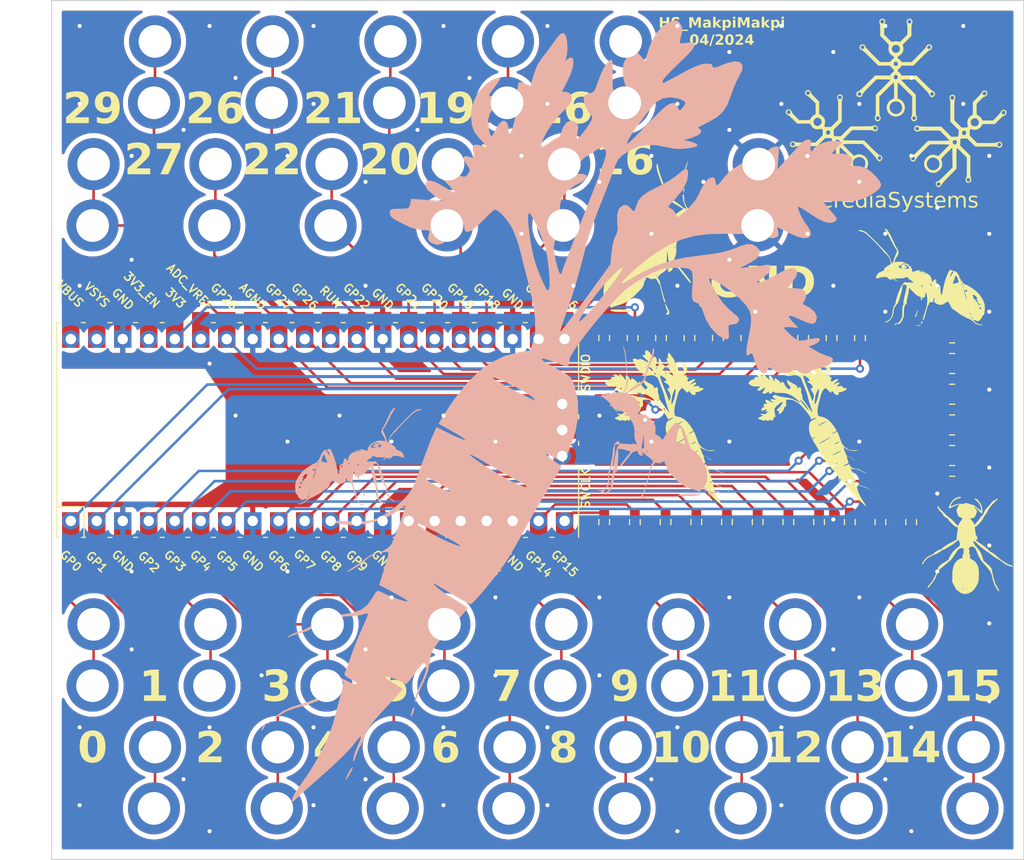
<source format=kicad_pcb>
(kicad_pcb (version 20221018) (generator pcbnew)
  (layers (0 "F.Cu" signal) (31 "B.Cu" signal) (34 "B.Paste" user) (35 "F.Paste" user) (36 "B.SilkS" user "B.Silkscreen") (37 "F.SilkS" user "F.Silkscreen") (38 "B.Mask" user) (39 "F.Mask" user) (44 "Edge.Cuts" user))
  (net 0 "")
  (net 1 "/GP0")
  (net 2 "+3V3")
  (net 3 "/GP1")
  (net 4 "/GP2")
  (net 5 "/GP3")
  (net 6 "/GP4")
  (net 7 "/GP5")
  (net 8 "/GP6")
  (net 9 "/GP7")
  (net 10 "/GP8")
  (net 11 "/GP9")
  (net 12 "/GP10")
  (net 13 "/GP11")
  (net 14 "/GP12")
  (net 15 "/GP13")
  (net 16 "/GP14")
  (net 17 "/GP15")
  (net 18 "/GP16")
  (net 19 "/GP17")
  (net 20 "/GP18")
  (net 21 "/GP19")
  (net 22 "/GP20")
  (net 23 "/GP21")
  (net 24 "/GP22")
  (net 25 "/GP26")
  (net 26 "/GP27")
  (net 27 "/GP29")
  (net 28 "GND")
  (net 29 "/RESET")
  (net 31 "/3V3EN")
  (net 32 "/VSYS")
  (net 33 "/VBUS")
  (footprint "Resistor_SMD:R_0603_1608Metric_Pad0.98x0.95mm_HandSolder" (layer "F.Cu") (at 96.555554 93 90)
    (fp_text reference "R19" hide)
    (fp_text value "R_22M_0603")
  )
  (footprint "Resistor_SMD:R_0603_1608Metric_Pad0.98x0.95mm_HandSolder" (layer "F.Cu") (at 115 111 -90)
    (fp_text reference "R8" hide)
    (fp_text value "R_22M_0603")
  )
  (footprint "HerediaSystems:AlligatorClip" (layer "F.Cu") (at 41.1 79)
    (fp_text reference "U28" hide)
    (fp_text value "~")
  )
  (footprint "HerediaSystems:AlligatorClip" (layer "F.Cu") (at 58.6 67)
    (fp_text reference "U25" hide)
    (fp_text value "~")
  )
  (footprint "HerediaSystems:AlligatorClip" (layer "F.Cu") (at 63.857142 124 180)
    (fp_text reference "U7" hide)
    (fp_text value "~")
  )
  (footprint "HerediaSystems:AlligatorClip" (layer "F.Cu") (at 52.428571 124 180)
    (fp_text reference "U5" hide)
    (fp_text value "~")
  )
  (footprint "HerediaSystems:AlligatorClip" (layer "F.Cu") (at 75.285713 124 180)
    (fp_text reference "U9" hide)
    (fp_text value "~")
  )
  (footprint "Resistor_SMD:R_0603_1608Metric_Pad0.98x0.95mm_HandSolder" (layer "F.Cu") (at 91 93 90)
    (fp_text reference "R17" hide)
    (fp_text value "R_22M_0603")
  )
  (footprint "Resistor_SMD:R_0603_1608Metric_Pad0.98x0.95mm_HandSolder" (layer "F.Cu") (at 110.444439 93 90)
    (fp_text reference "R24" hide)
    (fp_text value "R_22M_0603")
  )
  (footprint "HerediaSystems:RPi_Pico_SMD_TH" (layer "F.Cu") (at 63 102 90)
    (fp_text reference "U1" hide)
    (fp_text value "Rpi_Pico")
  )
  (footprint "HerediaSystems:AlligatorClip" (layer "F.Cu") (at 98.142855 124 180)
    (fp_text reference "U13" hide)
    (fp_text value "~")
  )
  (footprint "HerediaSystems:AlligatorClip" (layer "F.Cu") (at 92.999999 136 180)
    (fp_text reference "U12" hide)
    (fp_text value "~")
  )
  (footprint "Resistor_SMD:R_0603_1608Metric_Pad0.98x0.95mm_HandSolder" (layer "F.Cu") (at 109 111 -90)
    (fp_text reference "R10" hide)
    (fp_text value "R_22M_0603")
  )
  (footprint "HerediaSystems:AlligatorClip" (layer "F.Cu") (at 64.366666 79)
    (fp_text reference "U24" hide)
    (fp_text value "~")
  )
  (footprint "HerediaSystems:AlligatorClip" (layer "F.Cu") (at 70.333333 136 180)
    (fp_text reference "U8" hide)
    (fp_text value "~")
  )
  (footprint "Resistor_SMD:R_0603_1608Metric_Pad0.98x0.95mm_HandSolder" (layer "F.Cu") (at 102.111108 93 90)
    (fp_text reference "R21" hide)
    (fp_text value "R_22M_0603")
  )
  (footprint "Resistor_SMD:R_0603_1608Metric_Pad0.98x0.95mm_HandSolder" (layer "F.Cu") (at 99.333331 93 90)
    (fp_text reference "R20" hide)
    (fp_text value "R_22M_0603")
  )
  (footprint "HerediaSystems:AlligatorClip" (layer "F.Cu") (at 93 67 180)
    (fp_text reference "U19" hide)
    (fp_text value "~")
  )
  (footprint "Resistor_SMD:R_0603_1608Metric_Pad0.98x0.95mm_HandSolder" (layer "F.Cu") (at 104.888885 93 90)
    (fp_text reference "R22" hide)
    (fp_text value "R_22M_0603")
  )
  (footprint "Resistor_SMD:R_0603_1608Metric_Pad0.98x0.95mm_HandSolder" (layer "F.Cu") (at 107.666662 93 90)
    (fp_text reference "R23" hide)
    (fp_text value "R_22M_0603")
  )
  (footprint "Resistor_SMD:R_0603_1608Metric_Pad0.98x0.95mm_HandSolder" (layer "F.Cu") (at 125 106)
    (fp_text reference "R5" hide)
    (fp_text value "R_22M_0603")
  )
  (footprint "Resistor_SMD:R_0603_1608Metric_Pad0.98x0.95mm_HandSolder" (layer "F.Cu") (at 103 111 -90)
    (fp_text reference "R12" hide)
    (fp_text value "R_22M_0603")
  )
  (footprint "Resistor_SMD:R_0603_1608Metric_Pad0.98x0.95mm_HandSolder" (layer "F.Cu") (at 112 111 -90)
    (fp_text reference "R9" hide)
    (fp_text value "R_22M_0603")
  )
  (footprint "Resistor_SMD:R_0603_1608Metric_Pad0.98x0.95mm_HandSolder" (layer "F.Cu") (at 91 111 -90)
    (fp_text reference "R16" hide)
    (fp_text value "R_22M_0603")
  )
  (footprint "HerediaSystems:AlligatorClip" (layer "F.Cu") (at 41 124 180)
    (fp_text reference "U3" hide)
    (fp_text value "~")
  )
  (footprint "HerediaSystems:AlligatorClip" (layer "F.Cu") (at 87 79 180)
    (fp_text reference "U20" hide)
    (fp_text value "~")
  )
  (footprint "HerediaSystems:AlligatorClip" (layer "F.Cu") (at 75.733332 79)
    (fp_text reference "U22" hide)
    (fp_text value "~")
  )
  (footprint "Resistor_SMD:R_0603_1608Metric_Pad0.98x0.95mm_HandSolder" (layer "F.Cu") (at 125 103)
    (fp_text reference "R4" hide)
    (fp_text value "R_22M_0603")
  )
  (footprint "Resistor_SMD:R_0603_1608Metric_Pad0.98x0.95mm_HandSolder" (layer "F.Cu") (at 116 93 90)
    (fp_text reference "R26" hide)
    (fp_text value "R_22M_0603")
  )
  (footprint "Resistor_SMD:R_0603_1608Metric_Pad0.98x0.95mm_HandSolder" (layer "F.Cu") (at 97 111 -90)
    (fp_text reference "R14" hide)
    (fp_text value "R_22M_0603")
  )
  (footprint "logo_footprint:logo" (layer "F.Cu") (at 119.5 70)
    (fp_text reference "G***" hide)
    (fp_text value "LOGO" hide)
  )
  (footprint "logo_footprint:ant1_15mm" (layer "F.Cu") (at 96.5 83)
    (fp_text reference "G***" hide)
    (fp_text value "LOGO" hide)
  )
  (footprint "HerediaSystems:AlligatorClip" (layer "F.Cu") (at 59 136 180)
    (fp_text reference "U6" hide)
    (fp_text value "~")
  )
  (footprint "HerediaSystems:AlligatorClip" (layer "F.Cu") (at 81.666666 136 180)
    (fp_text reference "U10" hide)
    (fp_text value "~")
  )
  (footprint "Resistor_SMD:R_0603_1608Metric_Pad0.98x0.95mm_HandSolder" (layer "F.Cu") (at 100 111 -90)
    (fp_text reference "R13" hide)
    (fp_text value "R_22M_0603")
  )
  (footprint "HerediaSystems:AlligatorClip" (layer "F.Cu") (at 70.1 67)
    (fp_text reference "U23" hide)
    (fp_text value "~")
  )
  (footprint "HerediaSystems:AlligatorClip" (layer "F.Cu") (at 47.1 67)
    (fp_text reference "U27" hide)
    (fp_text value "~")
  )
  (footprint "logo_footprint:ant2_15mm" (layer "F.Cu") (at 122 87)
    (fp_text reference "G***" hide)
    (fp_text value "LOGO" hide)
  )
  (footprint "HerediaSystems:AlligatorClip" (layer "F.Cu") (at 86.714284 124 180)
    (fp_text reference "U11" hide)
    (fp_text value "~")
  )
  (footprint "logo_footprint:carot_20mm" (layer "F.Cu") (at 98 102)
    (fp_text reference "G***" hide)
    (fp_text value "LOGO" hide)
  )
  (footprint "HerediaSystems:AlligatorClip" (layer "F.Cu") (at 47 136 180)
    (fp_text reference "U4" hide)
    (fp_text value "~")
  )
  (footprint "Resistor_SMD:R_0603_1608Metric_Pad0.98x0.95mm_HandSolder" (layer "F.Cu") (at 94 111 -90)
    (fp_text reference "R15" hide)
    (fp_text value "R_22M_0603")
  )
  (footprint "HerediaSystems:AlligatorClip" (layer "F.Cu") (at 81.6 67)
    (fp_text reference "U21" hide)
    (fp_text value "~")
  )
  (footprint "HerediaSystems:AlligatorClip" (layer "F.Cu") (at 121 124 180)
    (fp_text reference "U17" hide)
    (fp_text value "~")
  )
  (footprint "Resistor_SMD:R_0603_1608Metric_Pad0.98x0.95mm_HandSolder" (layer "F.Cu") (at 125 100)
    (fp_text reference "R3" hide)
    (fp_text value "R_22M_0603")
  )
  (footprint "HerediaSystems:AlligatorClip" (layer "F.Cu") (at 109.571426 124 180)
    (fp_text reference "U15" hide)
    (fp_text value "~")
  )
  (footprint "HerediaSystems:AlligatorClip" (layer "F.Cu") (at 53 79)
    (fp_text reference "U26" hide)
    (fp_text value "~")
  )
  (footprint "HerediaSystems:AlligatorClip" (layer "F.Cu") (at 106 79 180)
    (fp_text reference "U2" hide)
    (fp_text value "~")
  )
  (footprint "Resistor_SMD:R_0603_1608Metric_Pad0.98x0.95mm_HandSolder" (layer "F.Cu") (at 118 111 -90)
    (fp_text reference "R7" hide)
    (fp_text value "R_22M_0603")
  )
  (footprint "logo_footprint:ant3_15mm" (layer "F.Cu") (at 126.5 113 90)
    (fp_text reference "G***" hide)
    (fp_text value "LOGO" hide)
  )
  (footprint "HerediaSystems:AlligatorClip" (layer "F.Cu") (at 127 136 180)
    (fp_text reference "U18" hide)
    (fp_text value "~")
  )
  (footprint "Resistor_SMD:R_0603_1608Metric_Pad0.98x0.95mm_HandSolder" (layer "F.Cu") (at 125 94)
    (fp_text reference "R1" hide)
    (fp_text value "R_22M_0603")
  )
  (footprint "Resistor_SMD:R_0603_1608Metric_Pad0.98x0.95mm_HandSolder" (layer "F.Cu") (at 125 97)
    (fp_text reference "R2" hide)
    (fp_text value "R_22M_0603")
  )
  (footprint "Resistor_SMD:R_0603_1608Metric_Pad0.98x0.95mm_HandSolder" (layer "F.Cu") (at 113.222216 93 90)
    (fp_text reference "R25" hide)
    (fp_text value "R_22M_0603")
  )
  (footprint "HerediaSystems:AlligatorClip" (layer "F.Cu") (at 104.333332 136 180)
    (fp_text reference "U14" hide)
    (fp_text value "~")
  )
  (footprint "logo_footprint:carot_20mm" (layer "F.Cu") (at 112 102)
    (fp_text reference "G***" hide)
    (fp_text value "LOGO" hide)
  )
  (footprint "Resistor_SMD:R_0603_1608Metric_Pad0.98x0.95mm_HandSolder" (layer "F.Cu") (at 106 111 -90)
    (fp_text reference "R11" hide)
    (fp_text value "R_22M_0603")
  )
  (footprint "HerediaSystems:AlligatorClip" (layer "F.Cu") (at 115.666665 136 180)
    (fp_text reference "U16" hide)
    (fp_text value "~")
  )
  (footprint "Resistor_SMD:R_0603_1608Metric_Pad0.98x0.95mm_HandSolder" (layer "F.Cu") (at 93.777777 93 90)
    (fp_text reference "R18" hide)
    (fp_text value "R_22M_0603")
  )
  (footprint "Resistor_SMD:R_0603_1608Metric_Pad0.98x0.95mm_HandSolder" (layer "F.Cu") (at 121 111 -90)
    (fp_text reference "R6" hide)
    (fp_text value "R_22M_0603")
  )
  (footprint "logo_footprint:carot_100mm" (layer "B.Cu") (at 83.5 101 180)
    (fp_text reference "G***" hide)
    (fp_text value "LOGO" hide)
  )
  (footprint "logo_footprint:ant2_15mm" (layer "B.Cu") (at 67 104.5 180)
    (fp_text reference "G***" hide)
    (fp_text value "LOGO" hide)
  )
  (footprint "logo_footprint:ant1_15mm" (layer "B.Cu") (at 95.5 101 180)
    (fp_text reference "G***" hide)
    (fp_text value "LOGO" hide)
  )
  (gr_line (start 132 144) (end 132 60) (stroke (width 0.1)) (layer "Edge.Cuts"))
  (gr_line (start 37 144) (end 132 144) (stroke (width 0.1)) (layer "Edge.Cuts"))
  (gr_line (start 37 144) (end 37 60) (stroke (width 0.1)) (layer "Edge.Cuts"))
  (gr_line (start 37 60) (end 132 60) (stroke (width 0.1)) (layer "Edge.Cuts"))
  (gr_text "3" (at 59 129) (layer "F.SilkS") (effects (font (size 3 3) (thickness 0.2) bold) (justify bottom)))
  (gr_text "22" (at 58.5 77.5) (layer "F.SilkS") (effects (font (size 3 3) (thickness 0.2) bold) (justify bottom)))
  (gr_text "4" (at 64 135) (layer "F.SilkS") (effects (font (size 3 3) (thickness 0.2) bold) (justify bottom)))
  (gr_text "2" (at 52.5 135) (layer "F.SilkS") (effects (font (size 3 3) (thickness 0.2) bold) (justify bottom)))
  (gr_text "12" (at 109.5 135) (layer "F.SilkS") (effects (font (size 3 3) (thickness 0.2) bold) (justify bottom)))
  (gr_text "16" (at 93 77.5) (layer "F.SilkS") (effects (font (size 3 3) (thickness 0.2) bold) (justify bottom)))
  (gr_text "14" (at 121 135) (layer "F.SilkS") (effects (font (size 3 3) (thickness 0.2) bold) (justify bottom)))
  (gr_text "1" (at 47 129) (layer "F.SilkS") (effects (font (size 3 3) (thickness 0.2) bold) (justify bottom)))
  (gr_text "0" (at 41 135) (layer "F.SilkS") (effects (font (size 3 3) (thickness 0.2) bold) (justify bottom)))
  (gr_text "27" (at 47 77.5) (layer "F.SilkS") (effects (font (size 3 3) (thickness 0.2) bold) (justify bottom)))
  (gr_text "11" (at 104 129) (layer "F.SilkS") (effects (font (size 3 3) (thickness 0.2) bold) (justify bottom)))
  (gr_text "5" (at 70.5 129) (layer "F.SilkS") (effects (font (size 3 3) (thickness 0.2) bold) (justify bottom)))
  (gr_text "10" (at 98.5 135) (layer "F.SilkS") (effects (font (size 3 3) (thickness 0.2) bold) (justify bottom)))
  (gr_text "16" (at 87 72.5) (layer "F.SilkS") (effects (font (size 3 3) (thickness 0.2) bold) (justify bottom)))
  (gr_text "9" (at 93 129) (layer "F.SilkS") (effects (font (size 3 3) (thickness 0.2) bold) (justify bottom)))
  (gr_text "21" (at 64.5 72.5) (layer "F.SilkS") (effects (font (size 3 3) (thickness 0.2) bold) (justify bottom)))
  (gr_text "8" (at 87 135) (layer "F.SilkS") (effects (font (size 3 3) (thickness 0.2) bold) (justify bottom)))
  (gr_text "18" (at 81.5 77.5) (layer "F.SilkS") (effects (font (size 3 3) (thickness 0.2) bold) (justify bottom)))
  (gr_text "GND" (at 106.5 89.5) (layer "F.SilkS") (effects (font (size 3 3) (thickness 0.2) bold) (justify bottom)))
  (gr_text "26" (at 53 72.5) (layer "F.SilkS") (effects (font (size 3 3) (thickness 0.2) bold) (justify bottom)))
  (gr_text "20" (at 70 77.5) (layer "F.SilkS") (effects (font (size 3 3) (thickness 0.2) bold) (justify bottom)))
  (gr_text "HerediaSystems" (at 110.5 80.5) (layer "F.SilkS") (effects (font (size 1.5 1.5)) (justify left bottom)))
  (gr_text "6" (at 75.5 135) (layer "F.SilkS") (effects (font (size 3 3) (thickness 0.2) bold) (justify bottom)))
  (gr_text "15" (at 127 129) (layer "F.SilkS") (effects (font (size 3 3) (thickness 0.2) bold) (justify bottom)))
  (gr_text "HS_MakpiMakpi\n04/2024" (at 102.5 64.5) (layer "F.SilkS") (effects (font (size 1 1) (thickness 0.25) bold italic) (justify bottom)))
  (gr_text "13" (at 115.5 129) (layer "F.SilkS") (effects (font (size 3 3) (thickness 0.2) bold) (justify bottom)))
  (gr_text "7" (at 81.5 129) (layer "F.SilkS") (effects (font (size 3 3) (thickness 0.2) bold) (justify bottom)))
  (gr_text "19" (at 75.5 72.5) (layer "F.SilkS") (effects (font (size 3 3) (thickness 0.2) bold) (justify bottom)))
  (gr_text "29\n" (at 41 72.5) (layer "F.SilkS") (effects (font (size 3 3) (thickness 0.2) bold) (justify bottom)))
  (segment (start 96 100) (end 109 100) (width 0.25) (layer "F.Cu") (net 1))
  (segment (start 41.1 126.9) (end 41 127) (width 0.25) (layer "F.Cu") (net 1))
  (segment (start 111 98) (end 120.0875 98) (width 0.25) (layer "F.Cu") (net 1))
  (segment (start 120.0875 98) (end 124.0875 94) (width 0.25) (layer "F.Cu") (net 1))
  (segment (start 38.87 118.77) (end 41.1 121) (width 0.25) (layer "F.Cu") (net 1))
  (segment (start 38.87 110.89) (end 38.87 118.77) (width 0.25) (layer "F.Cu") (net 1))
  (segment (start 41.1 121) (end 41.1 126.9) (width 0.25) (layer "F.Cu") (net 1))
  (segment (start 109 100) (end 111 98) (width 0.25) (layer "F.Cu") (net 1))
  (via (at 96 100) (size 0.8) (drill 0.4) (layers "F.Cu" "B.Cu") (net 1))
  (segment (start 93.55 97.55) (end 96 100) (width 0.25) (layer "B.Cu") (net 1))
  (segment (start 38.87 110.89) (end 52.21 97.55) (width 0.25) (layer "B.Cu") (net 1))
  (segment (start 52.21 97.55) (end 93.55 97.55) (width 0.25) (layer "B.Cu") (net 1))
  (segment (start 116 92.0875) (end 125.0875 92.0875) (width 0.25) (layer "F.Cu") (net 2))
  (segment (start 91 92.0875) (end 116 92.0875) (width 0.25) (layer "F.Cu") (net 2))
  (segment (start 94 91.865277) (end 93.777777 92.0875) (width 0.25) (layer "F.Cu") (net 2))
  (segment (start 125.9125 111.0875) (end 125.0875 111.9125) (width 0.25) (layer "F.Cu") (net 2))
  (segment (start 125.0875 92.0875) (end 125.9125 92.9125) (width 0.25) (layer "F.Cu") (net 2))
  (segment (start 94 90) (end 94 91.865277) (width 0.25) (layer "F.Cu") (net 2))
  (segment (start 125.9125 106) (end 125.9125 111.0875) (width 0.25) (layer "F.Cu") (net 2))
  (segment (start 125.9125 92.9125) (end 125.9125 106) (width 0.25) (layer "F.Cu") (net 2))
  (segment (start 125.0875 111.9125) (end 91 111.9125) (width 0.25) (layer "F.Cu") (net 2))
  (via (at 94 90) (size 0.8) (drill 0.4) (layers "F.Cu" "B.Cu") (net 2))
  (segment (start 49.03 93.11) (end 52.14 90) (width 0.25) (layer "B.Cu") (net 2))
  (segment (start 52.14 90) (end 94 90) (width 0.25) (layer "B.Cu") (net 2))
  (segment (start 47.1 133) (end 47.1 138.9) (width 0.25) (layer "F.Cu") (net 3))
  (segment (start 109 101) (end 111 99) (width 0.25) (layer "F.Cu") (net 3))
  (segment (start 41.41 117.258278) (end 47.1 122.948278) (width 0.25) (layer "F.Cu") (net 3))
  (segment (start 47.1 122.948278) (end 47.1 133) (width 0.25) (layer "F.Cu") (net 3))
  (segment (start 95 101) (end 109 101) (width 0.25) (layer "F.Cu") (net 3))
  (segment (start 120 99) (end 122 97) (width 0.25) (layer "F.Cu") (net 3))
  (segment (start 47.1 138.9) (end 47 139) (width 0.25) (layer "F.Cu") (net 3))
  (segment (start 41.41 110.89) (end 41.41 117.258278) (width 0.25) (layer "F.Cu") (net 3))
  (segment (start 111 99) (end 120 99) (width 0.25) (layer "F.Cu") (net 3))
  (segment (start 122 97) (end 124.0875 97) (width 0.25) (layer "F.Cu") (net 3))
  (via (at 95 101) (size 0.8) (drill 0.4) (layers "F.Cu" "B.Cu") (net 3))
  (segment (start 54.3 98) (end 92 98) (width 0.25) (layer "B.Cu") (net 3))
  (segment (start 92 98) (end 95 101) (width 0.25) (layer "B.Cu") (net 3))
  (segment (start 41.41 110.89) (end 54.3 98) (width 0.25) (layer "B.Cu") (net 3))
  (segment (start 110 105) (end 115 100) (width 0.25) (layer "F.Cu") (net 4))
  (segment (start 115 100) (end 124.0875 100) (width 0.25) (layer "F.Cu") (net 4))
  (segment (start 52.528571 126.9) (end 52.428571 127) (width 0.25) (layer "F.Cu") (net 4))
  (segment (start 46.49 114.961429) (end 52.528571 121) (width 0.25) (layer "F.Cu") (net 4))
  (segment (start 46.49 110.89) (end 46.49 114.961429) (width 0.25) (layer "F.Cu") (net 4))
  (segment (start 52.528571 121) (end 52.528571 126.9) (width 0.25) (layer "F.Cu") (net 4))
  (via (at 110 105) (size 0.8) (drill 0.4) (layers "F.Cu" "B.Cu") (net 4))
  (segment (start 46.49 110.89) (end 51.38 106) (width 0.25) (layer "B.Cu") (net 4))
  (segment (start 51.38 106) (end 109 106) (width 0.25) (layer "B.Cu") (net 4))
  (segment (start 109 106) (end 110 105) (width 0.25) (layer "B.Cu") (net 4))
  (segment (start 59.1 123.519707) (end 59.1 133) (width 0.25) (layer "F.Cu") (net 5))
  (segment (start 49.03 110.89) (end 49.03 113.449707) (width 0.25) (layer "F.Cu") (net 5))
  (segment (start 122.0875 105) (end 124.0875 103) (width 0.25) (layer "F.Cu") (net 5))
  (segment (start 59.1 138.9) (end 59 139) (width 0.25) (layer "F.Cu") (net 5))
  (segment (start 49.03 113.449707) (end 59.1 123.519707) (width 0.25) (layer "F.Cu") (net 5))
  (segment (start 112 105) (end 122.0875 105) (width 0.25) (layer "F.Cu") (net 5))
  (segment (start 59.1 133) (end 59.1 138.9) (width 0.25) (layer "F.Cu") (net 5))
  (via (at 112 105) (size 0.8) (drill 0.4) (layers "F.Cu" "B.Cu") (net 5))
  (segment (start 52.92 107) (end 110 107) (width 0.25) (layer "B.Cu") (net 5))
  (segment (start 110 107) (end 112 105) (width 0.25) (layer "B.Cu") (net 5))
  (segment (start 49.03 110.89) (end 52.92 107) (width 0.25) (layer "B.Cu") (net 5))
  (segment (start 60.07 121) (end 63.957142 121) (width 0.25) (layer "F.Cu") (net 6))
  (segment (start 51.57 112.5) (end 60.07 121) (width 0.25) (layer "F.Cu") (net 6))
  (segment (start 63.957142 121) (end 63.957142 126.9) (width 0.25) (layer "F.Cu") (net 6))
  (segment (start 113 106) (end 124.0875 106) (width 0.25) (layer "F.Cu") (net 6))
  (segment (start 51.57 110.89) (end 51.57 112.5) (width 0.25) (layer "F.Cu") (net 6))
  (segment (start 63.957142 126.9) (end 63.857142 127) (width 0.25) (layer "F.Cu") (net 6))
  (via (at 113 106) (size 0.8) (drill 0.4) (layers "F.Cu" "B.Cu") (net 6))
  (segment (start 51.57 110.89) (end 54.46 108) (width 0.25) (layer "B.Cu") (net 6))
  (segment (start 111 108) (end 113 106) (width 0.25) (layer "B.Cu") (net 6))
  (segment (start 54.46 108) (end 111 108) (width 0.25) (layer "B.Cu") (net 6))
  (segment (start 70.433333 138.9) (end 70.333333 139) (width 0.25) (layer "F.Cu") (net 7))
  (segment (start 70.433333 133) (end 70.433333 138.9) (width 0.25) (layer "F.Cu") (net 7))
  (segment (start 117.9125 107) (end 121 110.0875) (width 0.25) (layer "F.Cu") (net 7))
  (segment (start 54.11 112.5) (end 59.745 118.135) (width 0.25) (layer "F.Cu") (net 7))
  (segment (start 54.11 110.89) (end 54.11 112.5) (width 0.25) (layer "F.Cu") (net 7))
  (segment (start 59.745 118.135) (end 65.143864 118.135) (width 0.25) (layer "F.Cu") (net 7))
  (segment (start 115 107) (end 117.9125 107) (width 0.25) (layer "F.Cu") (net 7))
  (segment (start 70.433333 123.424469) (end 70.433333 133) (width 0.25) (layer "F.Cu") (net 7))
  (segment (start 65.143864 118.135) (end 70.433333 123.424469) (width 0.25) (layer "F.Cu") (net 7))
  (via (at 115 107) (size 0.8) (drill 0.4) (layers "F.Cu" "B.Cu") (net 7))
  (segment (start 56 109) (end 113 109) (width 0.25) (layer "B.Cu") (net 7))
  (segment (start 113 109) (end 115 107) (width 0.25) (layer "B.Cu") (net 7))
  (segment (start 54.11 110.89) (end 56 109) (width 0.25) (layer "B.Cu") (net 7))
  (segment (start 59.19 110.89) (end 59.19 112.5) (width 0.25) (layer "F.Cu") (net 8))
  (segment (start 75.385713 126.9) (end 75.285713 127) (width 0.25) (layer "F.Cu") (net 8))
  (segment (start 66.685 117.685) (end 70 121) (width 0.25) (layer "F.Cu") (net 8))
  (segment (start 116.9125 109) (end 118 110.0875) (width 0.25) (layer "F.Cu") (net 8))
  (segment (start 59.19 112.5) (end 64.375 117.685) (width 0.25) (layer "F.Cu") (net 8))
  (segment (start 70 121) (end 75.385713 121) (width 0.25) (layer "F.Cu") (net 8))
  (segment (start 75.385713 121) (end 75.385713 126.9) (width 0.25) (layer "F.Cu") (net 8))
  (segment (start 115 109) (end 116.9125 109) (width 0.25) (layer "F.Cu") (net 8))
  (segment (start 64.375 117.685) (end 66.685 117.685) (width 0.25) (layer "F.Cu") (net 8))
  (via (at 115 109) (size 0.8) (drill 0.4) (layers "F.Cu" "B.Cu") (net 8))
  (segment (start 60.365 109.715) (end 114.285 109.715) (width 0.25) (layer "B.Cu") (net 8))
  (segment (start 114.285 109.715) (end 115 109) (width 0.25) (layer "B.Cu") (net 8))
  (segment (start 59.19 110.89) (end 60.365 109.715) (width 0.25) (layer "B.Cu") (net 8))
  (segment (start 66.465 117.235) (end 76.235 117.235) (width 0.25) (layer "F.Cu") (net 9))
  (segment (start 81.766666 122.766666) (end 81.766666 133) (width 0.25) (layer "F.Cu") (net 9))
  (segment (start 61.73 112.5) (end 66.465 117.235) (width 0.25) (layer "F.Cu") (net 9))
  (segment (start 76.235 117.235) (end 81.766666 122.766666) (width 0.25) (layer "F.Cu") (net 9))
  (segment (start 61.73 110.89) (end 61.73 112.5) (width 0.25) (layer "F.Cu") (net 9))
  (segment (start 111.0375 106.125) (end 115 110.0875) (width 0.25) (layer "F.Cu") (net 9))
  (segment (start 66.495 106.125) (end 111.0375 106.125) (width 0.25) (layer "F.Cu") (net 9))
  (segment (start 61.73 110.89) (end 66.495 106.125) (width 0.25) (layer "F.Cu") (net 9))
  (segment (start 81.766666 138.9) (end 81.666666 139) (width 0.25) (layer "F.Cu") (net 9))
  (segment (start 81.766666 133) (end 81.766666 138.9) (width 0.25) (layer "F.Cu") (net 9))
  (segment (start 106.770495 106.575) (end 107.195495 107) (width 0.25) (layer "F.Cu") (net 10))
  (segment (start 82.599284 116.785) (end 86.814284 121) (width 0.25) (layer "F.Cu") (net 10))
  (segment (start 86.814284 121) (end 86.814284 126.9) (width 0.25) (layer "F.Cu") (net 10))
  (segment (start 64.27 112.5) (end 68.555 116.785) (width 0.25) (layer "F.Cu") (net 10))
  (segment (start 64.27 110.89) (end 68.585 106.575) (width 0.25) (layer "F.Cu") (net 10))
  (segment (start 68.585 106.575) (end 106.770495 106.575) (width 0.25) (layer "F.Cu") (net 10))
  (segment (start 68.555 116.785) (end 82.599284 116.785) (width 0.25) (layer "F.Cu") (net 10))
  (segment (start 64.27 110.89) (end 64.27 112.5) (width 0.25) (layer "F.Cu") (net 10))
  (segment (start 108.9125 107) (end 112 110.0875) (width 0.25) (layer "F.Cu") (net 10))
  (segment (start 107.195495 107) (end 108.9125 107) (width 0.25) (layer "F.Cu") (net 10))
  (segment (start 86.814284 126.9) (end 86.714284 127) (width 0.25) (layer "F.Cu") (net 10))
  (segment (start 93.099999 123.099999) (end 93.099999 133) (width 0.25) (layer "F.Cu") (net 11))
  (segment (start 70.675 107.025) (end 105.9375 107.025) (width 0.25) (layer "F.Cu") (net 11))
  (segment (start 93.099999 138.9) (end 92.999999 139) (width 0.25) (layer "F.Cu") (net 11))
  (segment (start 86.335 116.335) (end 93.099999 123.099999) (width 0.25) (layer "F.Cu") (net 11))
  (segment (start 66.81 110.89) (end 66.81 112.5) (width 0.25) (layer "F.Cu") (net 11))
  (segment (start 93.099999 133) (end 93.099999 138.9) (width 0.25) (layer "F.Cu") (net 11))
  (segment (start 66.81 112.5) (end 70.645 116.335) (width 0.25) (layer "F.Cu") (net 11))
  (segment (start 105.9375 107.025) (end 109 110.0875) (width 0.25) (layer "F.Cu") (net 11))
  (segment (start 66.81 110.89) (end 70.675 107.025) (width 0.25) (layer "F.Cu") (net 11))
  (segment (start 70.645 116.335) (end 86.335 116.335) (width 0.25) (layer "F.Cu") (net 11))
  (segment (start 98.242855 121) (end 98.242855 126.9) (width 0.25) (layer "F.Cu") (net 12))
  (segment (start 93.127855 115.885) (end 98.242855 121) (width 0.25) (layer "F.Cu") (net 12))
  (segment (start 71.89 110.89) (end 75.305 107.475) (width 0.25) (layer "F.Cu") (net 12))
  (segment (start 75.275 115.885) (end 93.127855 115.885) (width 0.25) (layer "F.Cu") (net 12))
  (segment (start 103.475 107.475) (end 104 108) (width 0.25) (layer "F.Cu") (net 12))
  (segment (start 71.89 112.5) (end 75.275 115.885) (width 0.25) (layer "F.Cu") (net 12))
  (segment (start 104 108.0875) (end 106 110.0875) (width 0.25) (layer "F.Cu") (net 12))
  (segment (start 104 108) (end 104 108.0875) (width 0.25) (layer "F.Cu") (net 12))
  (segment (start 98.242855 126.9) (end 98.142855 127) (width 0.25) (layer "F.Cu") (net 12))
  (segment (start 75.305 107.475) (end 103.475 107.475) (width 0.25) (layer "F.Cu") (net 12))
  (segment (start 71.89 110.89) (end 71.89 112.5) (width 0.25) (layer "F.Cu") (net 12))
  (segment (start 96.729577 115.435) (end 104.433332 123.138755) (width 0.25) (layer "F.Cu") (net 13))
  (segment (start 77.365 115.435) (end 96.729577 115.435) (width 0.25) (layer "F.Cu") (net 13))
  (segment (start 74.43 110.89) (end 74.43 112.5) (width 0.25) (layer "F.Cu") (net 13))
  (segment (start 104.433332 133) (end 104.433332 138.9) (width 0.25) (layer "F.Cu") (net 13))
  (segment (start 74.43 112.5) (end 77.365 115.435) (width 0.25) (layer "F.Cu") (net 13))
  (segment (start 74.43 110.89) (end 77.395 107.925) (width 0.25) (layer "F.Cu") (net 13))
  (segment (start 100.8375 107.925) (end 103 110.0875) (width 0.25) (layer "F.Cu") (net 13))
  (segment (start 77.395 107.925) (end 100.8375 107.925) (width 0.25) (layer "F.Cu") (net 13))
  (segment (start 104.433332 138.9) (end 104.333332 139) (width 0.25) (layer "F.Cu") (net 13))
  (segment (start 104.433332 123.138755) (end 104.433332 133) (width 0.25) (layer "F.Cu") (net 13))
  (segment (start 76.97 112.5) (end 79.455 114.985) (width 0.25) (layer "F.Cu") (net 14))
  (segment (start 79.455 114.985) (end 103.656426 114.985) (width 0.25) (layer "F.Cu") (net 14))
  (segment (start 76.97 110.89) (end 79.485 108.375) (width 0.25) (layer "F.Cu") (net 14))
  (segment (start 109.671426 121) (end 109.671426 126.9) (width 0.25) (layer "F.Cu") (net 14))
  (segment (start 79.485 108.375) (end 98.2875 108.375) (width 0.25) (layer "F.Cu") (net 14))
  (segment (start 109.671426 126.9) (end 109.571426 127) (width 0.25) (layer "F.Cu") (net 14))
  (segment (start 98.2875 108.375) (end 100 110.0875) (width 0.25) (layer "F.Cu") (net 14))
  (segment (start 76.97 110.89) (end 76.97 112.5) (width 0.25) (layer "F.Cu") (net 14))
  (segment (start 103.656426 114.985) (end 109.671426 121) (width 0.25) (layer "F.Cu") (net 14))
  (segment (start 79.51 112.5) (end 81.545 114.535) (width 0.25) (layer "F.Cu") (net 15))
  (segment (start 79.7 110.89) (end 81.765 108.825) (width 0.25) (layer "F.Cu") (net 15))
  (segment (start 79.51 110.89) (end 79.51 112.5) (width 0.25) (layer "F.Cu") (net 15))
  (segment (start 115.766665 138.9) (end 115.666665 139) (width 0.25) (layer "F.Cu") (net 15))
  (segment (start 95.7375 108.825) (end 97 110.0875) (width 0.25) (layer "F.Cu") (net 15))
  (segment (start 81.545 114.535) (end 107.535 114.535) (width 0.25) (layer "F.Cu") (net 15))
  (segment (start 115.766665 133) (end 115.766665 138.9) (width 0.25) (layer "F.Cu") (net 15))
  (segment (start 81.765 108.825) (end 95.7375 108.825) (width 0.25) (layer "F.Cu") (net 15))
  (segment (start 79.51 110.89) (end 79.7 110.89) (width 0.25) (layer "F.Cu") (net 15))
  (segment (start 115.766665 122.766665) (end 115.766665 133) (width 0.25) (layer "F.Cu") (net 15))
  (segment (start 107.535 114.535) (end 115.766665 122.766665) (width 0.25) (layer "F.Cu") (net 15))
  (segment (start 86.205 109.275) (end 93.1875 109.275) (width 0.25) (layer "F.Cu") (net 16))
  (segment (start 86.175 114.085) (end 114.185 114.085) (width 0.25) (layer "F.Cu") (net 16))
  (segment (start 93.1875 109.275) (end 94 110.0875) (width 0.25) (layer "F.Cu") (net 16))
  (segment (start 84.59 110.89) (end 86.205 109.275) (width 0.25) (layer "F.Cu") (net 16))
  (segment (start 121.1 126.9) (end 121 127) (width 0.25) (layer "F.Cu") (net 16))
  (segment (start 121.1 121) (end 121.1 126.9) (width 0.25) (layer "F.Cu") (net 16))
  (segment (start 84.59 110.89) (end 84.59 112.5) (width 0.25) (layer "F.Cu") (net 16))
  (segment (start 114.185 114.085) (end 121.1 121) (width 0.25) (layer "F.Cu") (net 16))
  (segment (start 84.59 112.5) (end 86.175 114.085) (width 0.25) (layer "F.Cu") (net 16))
  (segment (start 87.9325 110.0875) (end 91 110.0875) (width 0.25) (layer "F.Cu") (net 17))
  (segment (start 127.1 133) (end 127.1 138.9) (width 0.25) (layer "F.Cu") (net 17))
  (segment (start 87.13 110.89) (end 87.9325 110.0875) (width 0.25) (layer "F.Cu") (net 17))
  (segment (start 89.875 113.635) (end 117.786722 113.635) (width 0.25) (layer "F.Cu") (net 17))
  (segment (start 127.1 138.9) (end 127 139) (width 0.25) (layer "F.Cu") (net 17))
  (segment (start 127.1 122.948278) (end 127.1 133) (width 0.25) (layer "F.Cu") (net 17))
  (segment (start 87.13 110.89) (end 89.875 113.635) (width 0.25) (layer "F.Cu") (net 17))
  (segment (start 117.786722 113.635) (end 127.1 122.948278) (width 0.25) (layer "F.Cu") (net 17))
  (segment (start 93.1 69.9) (end 93 70) (width 0.25) (layer "F.Cu") (net 18))
  (segment (start 93.1 64) (end 93.1 69.9) (width 0.25) (layer "F.Cu") (net 18))
  (segment (start 87.13 93.11) (end 87.9325 93.9125) (width 0.25) (layer "F.Cu") (net 18))
  (segment (start 93 87.24) (end 93 70) (width 0.25) (layer "F.Cu") (net 18))
  (segment (start 87.9325 93.9125) (end 91 93.9125) (width 0.25) (layer "F.Cu") (net 18))
  (segment (start 87.13 93.11) (end 93 87.24) (width 0.25) (layer "F.Cu") (net 18))
  (segment (start 92.965277 94.725) (end 93.777777 93.9125) (width 0.25) (layer "F.Cu") (net 19))
  (segment (start 86.205 94.725) (end 92.965277 94.725) (width 0.25) (layer "F.Cu") (net 19))
  (segment (start 84.59 93.11) (end 86.205 94.725) (width 0.25) (layer "F.Cu") (net 19))
  (segment (start 87.1 76) (end 87.1 81.9) (width 0.25) (layer "F.Cu") (net 19))
  (segment (start 84.59 93.11) (end 84.59 84.41) (width 0.25) (layer "F.Cu") (net 19))
  (segment (start 84.59 84.41) (end 87 82) (width 0.25) (layer "F.Cu") (net 19))
  (segment (start 87.1 81.9) (end 87 82) (width 0.25) (layer "F.Cu") (net 19))
  (segment (start 79.51 93.11) (end 81.575 95.175) (width 0.25) (layer "F.Cu") (net 20))
  (segment (start 79.51 93.11) (end 79.51 71.99) (width 0.25) (layer "F.Cu") (net 20))
  (segment (start 95.293054 95.175) (end 96.555554 93.9125) (width 0.25) (layer "F.Cu") (net 20))
  (segment (start 81.6 69.9) (end 81.5 70) (width 0.25) (layer "F.Cu") (net 20))
  (segment (start 81.575 95.175) (end 95.293054 95.175) (width 0.25) (layer "F.Cu") (net 20))
  (segment (start 79.51 71.99) (end 81.5 70) (width 0.25) (layer "F.Cu") (net 20))
  (segment (start 81.6 64) (end 81.6 69.9) (width 0.25) (layer "F.Cu") (net 20))
  (segment (start 76.97 93.11) (end 76.97 83.336668) (width 0.25) (layer "F.Cu") (net 21))
  (segment (start 75.733332 81.9) (end 75.633332 82) (width 0.25) (layer "F.Cu") (net 21))
  (segment (start 75.733332 76) (end 75.733332 81.9) (width 0.25) (layer "F.Cu") (net 21))
  (segment (start 76.97 93.11) (end 79.485 95.625) (width 0.25) (layer "F.Cu") (net 21))
  (segment (start 76.97 83.336668) (end 75.633332 82) (width 0.25) (layer "F.Cu") (net 21))
  (segment (start 97.620831 95.625) (end 99.333331 93.9125) (width 0.25) (layer "F.Cu") (net 21))
  (segment (start 79.485 95.625) (end 97.620831 95.625) (width 0.25) (layer "F.Cu") (net 21))
  (segment (start 74.43 93.43) (end 77.075 96.075) (width 0.25) (layer "F.Cu") (net 22))
  (segment (start 70.1 69.9) (end 70 70) (width 0.25) (layer "F.Cu") (net 22))
  (segment (start 99.948608 96.075) (end 102.111108 93.9125) (width 0.25) (layer "F.Cu") (net 22))
  (segment (start 70 83) (end 74.43 87.43) (width 0.25) (layer "F.Cu") (net 22))
  (segment (start 74.43 93.11) (end 74.43 93.43) (width 0.25) (layer "F.Cu") (net 22))
  (segment (start 77.075 96.075) (end 99.948608 96.075) (width 0.25) (layer "F.Cu") (net 22))
  (segment (start 74.43 87.43) (end 74.43 93.11) (width 0.25) (layer "F.Cu") (net 22))
  (segment (start 70.1 64) (end 70.1 69.9) (width 0.25) (layer "F.Cu") (net 22))
  (segment (start 70 70) (end 70 83) (width 0.25) (layer "F.Cu") (net 22))
  (segment (start 71.89 86.89) (end 71.89 93.11) (width 0.25) (layer "F.Cu") (net 23))
  (segment (start 64.366666 81.9) (end 64.266666 82) (width 0.25) (layer "F.Cu") (net 23))
  (segment (start 67.266666 85) (end 70 85) (width 0.25) (layer "F.Cu") (net 23))
  (segment (start 70 85) (end 71.89 86.89) (width 0.25) (layer "F.Cu") (net 23))
  (segment (start 64.366666 76) (end 64.366666 81.9) (width 0.25) (layer "F.Cu") (net 23))
  (segment (start 64.266666 82) (end 67.266666 85) (width 0.25) (layer "F.Cu") (net 23))
  (segment (start 102.276385 96.525) (end 104.888885 93.9125) (width 0.25) (layer "F.Cu") (net 23))
  (segment (start 75.305 96.525) (end 102.276385 96.525) (width 0.25) (layer "F.Cu") (net 23))
  (segment (start 71.89 93.11) (end 75.305 96.525) (width 0.25) (layer "F.Cu") (net 23))
  (segment (start 66.81 90.92) (end 66.81 93.11) (width 0.25) (layer "F.Cu") (net 24))
  (segment (start 58.5 70) (end 58.5 82.61) (width 0.25) (layer "F.Cu") (net 24))
  (segment (start 66.81 93.11) (end 70.675 96.975) (width 0.25) (layer "F.Cu") (net 24))
  (segment (start 104.604162 96.975) (end 107.666662 93.9125) (width 0.25) (layer "F.Cu") (net 24))
  (segment (start 58.6 69.9) (end 58.5 70) (width 0.25) (layer "F.Cu") (net 24))
  (segment (start 70.675 96.975) (end 104.604162 96.975) (width 0.25) (layer "F.Cu") (net 24))
  (segment (start 58.5 82.61) (end 66.81 90.92) (width 0.25) (layer "F.Cu") (net 24))
  (segment (start 58.6 64) (end 58.6 69.9) (width 0.25) (layer "F.Cu") (net 24))
  (segment (start 56.23 86) (end 54 86) (width 0.25) (layer "F.Cu") (net 25))
  (segment (start 52.9 84.9) (end 52.9 82) (width 0.25) (layer "F.Cu") (net 25))
  (segment (start 66.235 97.425) (end 106.931939 97.425) (width 0.25) (layer "F.Cu") (net 25))
  (segment (start 61.73 93.11) (end 61.92 93.11) (width 0.25) (layer "F.Cu") (net 25))
  (segment (start 106.931939 97.425) (end 110.444439 93.9125) (width 0.25) (layer "F.Cu") (net 25))
  (segment (start 61.73 93.11) (end 61.73 91.5) (width 0.25) (layer "F.Cu") (net 25))
  (segment (start 53 76) (end 53 81.9) (width 0.25) (layer "F.Cu") (net 25))
  (segment (start 61.73 91.5) (end 56.23 86) (width 0.25) (layer "F.Cu") (net 25))
  (segment (start 53 81.9) (end 52.9 82) (width 0.25) (layer "F.Cu") (net 25))
  (segment (start 61.92 93.11) (end 66.235 97.425) (width 0.25) (layer "F.Cu") (net 25))
  (segment (start 54 86) (end 52.9 84.9) (width 0.25) (layer "F.Cu") (net 25))
  (segment (start 47 83.753604) (end 51.123198 87.876802) (width 0.25) (layer "F.Cu") (net 26))
  (segment (start 51.123198 87.876802) (end 55.566802 87.876802) (width 0.25) (layer "F.Cu") (net 26))
  (segment (start 59.19 91.5) (end 59.19 93.11) (width 0.25) (layer "F.Cu") (net 26))
  (segment (start 47 70) (end 47 83.753604) (width 0.25) (layer "F.Cu") (net 26))
  (segment (start 55.566802 87.876802) (end 59.19 91.5) (width 0.25) (layer "F.Cu") (net 26))
  (segment (start 47.1 69.9) (end 47 70) (width 0.25) (layer "F.Cu") (net 26))
  (segment (start 63.955 97.875) (end 109.259716 97.875) (width 0.25) (layer "F.Cu") (net 26))
  (segment (start 109.259716 97.875) (end 113.222216 93.9125) (width 0.25) (layer "F.Cu") (net 26))
  (segment (start 59.19 93.11) (end 63.955 97.875) (width 0.25) (layer "F.Cu") (net 26))
  (segment (start 47.1 64) (end 47.1 69.9) (width 0.25) (layer "F.Cu") (net 26))
  (segment (start 41.1 76) (end 41.1 81.9) (width 0.25) (layer "F.Cu") (net 27))
  (segment (start 41.1 81.9) (end 41 82) (width 0.25) (layer "F.Cu") (net 27))
  (segment (start 41 82) (end 44.61 82) (width 0.25) (layer "F.Cu") (net 27))
  (segment (start 54.11 91.5) (end 54.11 93.11) (width 0.25) (layer "F.Cu") (net 27))
  (segment (start 116 96) (end 116 93.9125) (width 0.25) (layer "F.Cu") (net 27))
  (segment (start 44.61 82) (end 54.11 91.5) (width 0.25) (layer "F.Cu") (net 27))
  (via (at 116 96) (size 0.8) (drill 0.4) (layers "F.Cu" "B.Cu") (net 27))
  (segment (start 54.11 93.11) (end 57 96) (width 0.25) (layer "B.Cu") (net 27))
  (segment (start 57 96) (end 116 96) (width 0.25) (layer "B.Cu") (net 27))
  (segment (start 106.1 81.9) (end 106 82) (width 0.25) (layer "F.Cu") (net 28))
  (segment (start 106.1 76) (end 106.1 81.9) (width 0.25) (layer "F.Cu") (net 28))
  (via (at 39.7325 87.89) (size 0.8) (drill 0.4) (layers "F.Cu" "B.Cu") (net 28))
  (via (at 85.4525 138.69) (size 0.8) (drill 0.4) (layers "F.Cu" "B.Cu") (net 28))
  (via (at 95.6125 103.13) (size 0.8) (drill 0.4) (layers "F.Cu" "B.Cu") (net 28))
  (via (at 105.7725 90.43) (size 0.8) (drill 0.4) (layers "F.Cu" "B.Cu") (net 28))
  (via (at 110.8525 75.19) (size 0.8) (drill 0.4) (layers "F.Cu" "B.Cu") (net 28))
  (via (at 90.5325 100.59) (size 0.8) (drill 0.4) (layers "F.Cu" "B.Cu") (net 28))
  (via (at 54.9725 67.57) (size 0.8) (drill 0.4) (layers "F.Cu" "B.Cu") (net 28))
  (via (at 128.6325 128.53) (size 0.8) (drill 0.4) (layers "F.Cu" "B.Cu") (net 28))
  (via (at 95.6125 82.81) (size 0.8) (drill 0.4) (layers "F.Cu" "B.Cu") (net 28))
  (via (at 90.5325 118.37) (size 0.8) (drill 0.4) (layers "F.Cu" "B.Cu") (net 28))
  (via (at 103.2325 72.65) (size 0.8) (drill 0.4) (layers "F.Cu" "B.Cu") (net 28))
  (via (at 121.0125 141.23) (size 0.8) (drill 0.4) (layers "F.Cu" "B.Cu") (net 28))
  (via (at 103.2325 103.13) (size 0.8) (drill 0.4) (layers "F.Cu" "B.Cu") (net 28))
  (via (at 67.6725 77.73) (size 0.8) (drill 0.4) (layers "F.Cu" "B.Cu") (net 28))
  (via (at 100.6925 77.73) (size 0.8) (drill 0.4) (layers "F.Cu" "B.Cu") (net 28))
  (via (at 123.5525 80.27) (size 0.8) (drill 0.4) (layers "F.Cu" "B.Cu") (net 28))
  (via (at 98.1525 70.11) (size 0.8) (drill 0.4) (layers "F.Cu" "B.Cu") (net 28))
  (via (at 75.2925 62.49) (size 0.8) (drill 0.4) (layers "F.Cu" "B.Cu") (net 28))
  (via (at 70.2125 118.37) (size 0.8) (drill 0.4) (layers "F.Cu" "B.Cu") (net 28))
  (via (at 60.0525 75.19) (size 0.8) (drill 0.4) (layers "F.Cu" "B.Cu") (net 28))
  (via (at 67.6725 123.45) (size 0.8) (drill 0.4) (layers "F.Cu" "B.Cu") (net 28))
  (via (at 123.5525 87.89) (size 0.8) (drill 0.4) (layers "F.Cu" "B.Cu") (net 28))
  (via (at 85.4525 62.49) (size 0.8) (drill 0.4) (layers "F.Cu" "B.Cu") (net 28))
  (via (at 95.6125 75.19) (size 0.8) (drill 0.4) (layers "F.Cu" "B.Cu") (net 28))
  (via (at 75.2925 131.07) (size 0.8) (drill 0.4) (layers "F.Cu" "B.Cu") (net 28))
  (via (at 60.0525 115.83) (size 0.8) (drill 0.4) (layers "F.Cu" "B.Cu") (net 28))
  (via (at 75.2925 138.69) (size 0.8) (drill 0.4) (layers "F.Cu" "B.Cu") (net 28))
  (via (at 82.9125 82.81) (size 0.8) (drill 0.4) (layers "F.Cu" "B.Cu") (net 28))
  (via (at 118.4725 136.15) (size 0.8) (drill 0.4) (layers "F.Cu" "B.Cu") (net 28))
  (via (at 90.5325 125.99) (size 0.8) (drill 0.4) (layers "F.Cu" "B.Cu") (net 28))
  (via (at 39.7325 62.49) (size 0.8) (drill 0.4) (layers "F.Cu" "B.Cu") (net 28))
  (via (at 52.4325 141.23) (size 0.8) (drill 0.4) (layers "F.Cu" "B.Cu") (net 28))
  (via (at 113.3925 87.89) (size 0.8) (drill 0.4) (layers "F.Cu" "B.Cu") (net 28))
  (via (at 44.8125 75.19) (size 0.8) (drill 0.4) (layers "F.Cu" "B.Cu") (net 28))
  (via (at 103.2325 65.03) (size 0.8) (drill 0.4) (layers "F.Cu" "B.Cu") (net 28))
  (via (at 128.6325 120.91) (size 0.8) (drill 0.4) (layers "F.Cu" "B.Cu") (net 28))
  (via (at 39.7325 131.07) (size 0.8) (drill 0.4) (layers "F.Cu" "B.Cu") (net 28))
  (via (at 98.1525 62.49) (size 0.8) (drill 0.4) (layers "F.Cu" "B.Cu") (net 28))
  (via (at 108.3125 62.49) (size 0.8) (drill 0.4) (layers "F.Cu" "B.Cu") (net 28))
  (via (at 80.3725 125.99) (size 0.8) (drill 0.4) (layers "F.Cu" "B.Cu") (net 28))
  (via (at 108.3125 131.07) (size 0.8) (drill 0.4) (layers "F.Cu" "B.Cu") (net 28))
  (via (at 67.6725 87.89) (size 0.8) (drill 0.4) (layers "F.Cu" "B.Cu") (net 28))
  (via (at 128.6325 90.43) (size 0.8) (drill 0.4) (layers "F.Cu" "B.Cu") (net 28))
  (via (at 115.9325 118.37) (size 0.8) (drill 0.4) (layers "F.Cu" "B.Cu") (net 28))
  (via (at 85.4525 70.11) (size 0.8) (drill 0.4) (layers "F.Cu" "B.Cu") (net 28))
  (via (at 103.2325 125.99) (size 0.8) (drill 0.4) (layers "F.Cu" "B.Cu") (net 28))
  (via (at 103.2325 85.35) (size 0.8) (drill 0.4) (layers "F.Cu" "B.Cu") (net 28))
  (via (at 113.3925 123.45) (size 0.8) (drill 0.4) (layers "F.Cu" "B.Cu") (net 28))
  (via (at 39.7325 138.69) (size 0.8) (drill 0.4) (layers "F.Cu" "B.Cu") (net 28))
  (via (at 118.4725 90.43) (size 0.8) (drill 0.4) (layers "F.Cu" "B.Cu") (net 28))
  (via (at 77.8325 67.57) (size 0.8) (drill 0.4) (layers "F.Cu" "B.Cu") (net 28))
  (via (at 128.6325 105.67) (size 0.8) (drill 0.4) (layers "F.Cu" "B.Cu") (net 28))
  (via (at 62.5925 62.49) (size 0.8) (drill 0.4) (layers "F.Cu" "B.Cu") (net 28))
  (via (at 113.3925 65.03) (size 0.8) (drill 0.4) (layers "F.Cu" "B.Cu") (net 28))
  (via (at 128.6325 75.19) (size 0.8) (drill 0.4) (layers "F.Cu" "B.Cu") (net 28))
  (via (at 49.8925 72.65) (size 0.8) (drill 0.4) (layers "F.Cu" "B.Cu") (net 28))
  (via (at 62.5925 70.11) (size 0.8) (drill 0.4) (layers "F.Cu" "B.Cu") (net 28))
  (via (at 80.3725 103.13) (size 0.8) (drill 0.4) (layers "F.Cu" "B.Cu") (net 28))
  (via (at 121.0125 67.57) (size 0.8) (drill 0.4) (layers "F.Cu" "B.Cu") (net 28))
  (via (at 115.9325 77.73) (size 0.8) (drill 0.4) (layers "F.Cu" "B.Cu") (net 28))
  (via (at 52.4325 131.07) (size 0.8) (drill 0.4) (layers "F.Cu" "B.Cu") (net 28))
  (via (at 121.0125 131.07) (size 0.8) (drill 0.4) (layers "F.Cu" "B.Cu") (net 28))
  (via (at 62.5925 138.69) (size 0.8) (drill 0.4) (layers "F.Cu" "B.Cu") (net 28))
  (via (at 123.5525 115.83) (size 0.8) (drill 0.4) (layers "F.Cu" "B.Cu") (net 28))
  (via (at 90.5325 77.73) (size 0.8) (drill 0.4) (layers "F.Cu" "B.Cu") (net 28))
  (via (at 62.5925 131.07) (size 0.8) (drill 0.4) (layers "F.Cu" "B.Cu") (net 28))
  (via (at 39.7325 70.11) (size 0.8) (drill 0.4) (layers "F.Cu" "B.Cu") (net 28))
  (via (at 118.4725 62.49) (size 0.8) (drill 0.4) (layers "F.Cu" "B.Cu") (net 28))
  (via (at 115.9325 103.13) (size 0.8) (drill 0.4) (layers "F.Cu" "B.Cu") (net 28))
  (via (at 98.1525 141.23) (size 0.8) (drill 0.4) (layers "F.Cu" "B.Cu") (net 28))
  (via (at 103.2325 118.37) (size 0.8) (drill 0.4) (layers "F.Cu" "B.Cu") (net 28))
  (via (at 44.8125 115.83) (size 0.8) (drill 0.4) (layers "F.Cu" "B.Cu") (net 28))
  (via (at 108.3125 70.11) (size 0.8) (drill 0.4) (layers "F.Cu" "B.Cu") (net 28))
  (via (at 98.1525 87.89) (size 0.8) (drill 0.4) (layers "F.Cu" "B.Cu") (net 28))
  (via (at 80.3725 118.37) (size 0.8) (drill 0.4) (layers "F.Cu" "B.Cu") (net 28))
  (via (at 44.8125 85.35) (size 0.8) (drill 0.4) (layers "F.Cu" "B.Cu") (net 28))
  (via (at 85.4525 131.07) (size 0.8) (drill 0.4) (layers "F.Cu" "B.Cu") (net 28))
  (via (at 121.0125 75.19) (size 0.8) (drill 0.4) (layers "F.Cu" "B.Cu") (net 28))
  (via (at 52.4325 62.49) (size 0.8) (drill 0.4) (layers "F.Cu" "B.Cu") (net 28))
  (via (at 82.9125 75.19) (size 0.8) (drill 0.4) (layers "F.Cu" "B.Cu") (net 28))
  (via (at 67.6725 136.15) (size 0.8) (drill 0.4) (layers "F.Cu" "B.Cu") (net 28))
  (via (at 98.1525 131.07) (size 0.8) (drill 0.4) (layers "F.Cu" "B.Cu") (net 28))
  (via (at 72.7525 72.65) (size 0.8) (drill 0.4) (layers "F.Cu" "B.Cu") (net 28))
  (via (at 113.3925 110.75) (size 0.8) (drill 0.4) (layers "F.Cu" "B.Cu") (net 28))
  (via (at 95.6125 136.15) (size 0.8) (drill 0.4) (layers "F.Cu" "B.Cu") (net 28))
  (via (at 128.6325 98.05) (size 0.8) (drill 0.4) (layers "F.Cu" "B.Cu") (net 28))
  (via (at 126.0925 62.49) (size 0.8) (drill 0.4) (layers "F.Cu" "B.Cu") (net 28))
  (via (at 54.9725 100.59) (size 0.8) (drill 0.4) (layers "F.Cu" "B.Cu") (net 28))
  (via (at 128.6325 113.29) (size 0.8) (drill 0.4) (layers "F.Cu" "B.Cu") (net 28))
  (via (at 70.2125 103.13) (size 0.8) (drill 0.4) (layers "F.Cu" "B.Cu") (net 28))
  (via (at 108.3125 138.69) (size 0.8) (drill 0.4) (layers "F.Cu" "B.Cu") (net 28))
  (via (at 110.8525 82.81) (size 0.8) (drill 0.4) (layers "F.Cu" "B.Cu") (net 28))
  (via (at 57.5125 125.99) (size 0.8) (drill 0.4) (layers "F.Cu" "B.Cu") (net 28))
  (via (at 126.0925 70.11) (size 0.8) (drill 0.4) (layers "F.Cu" "B.Cu") (net 28))
  (via (at 123.5525 108.21) (size 0.8) (drill 0.4) (layers "F.Cu" "B.Cu") (net 28))
  (via (at 52.4325 95.51) (size 0.8) (drill 0.4) (layers "F.Cu" "B.Cu") (net 28))
  (via (at 44.8125 123.45) (size 0.8) (drill 0.4) (layers "F.Cu" "B.Cu") (net 28))
  (via (at 65.1325 100.59) (size 0.8) (drill 0.4) (layers "F.Cu" "B.Cu") (net 28))
  (via (at 87.9925 87.89) (size 0.8) (drill 0.4) (layers "F.Cu" "B.Cu") (net 28))
  (via (at 75.2925 100.59) (size 0.8) (drill 0.4) (layers "F.Cu" "B.Cu") (net 28))
  (via (at 49.8925 136.15) (size 0.8) (drill 0.4) (layers "F.Cu" "B.Cu") (net 28))
  (via (at 60.0525 103.13) (size 0.8) (drill 0.4) (layers "F.Cu" "B.Cu") (net 28))
  (via (at 128.6325 82.81) (size 0.8) (drill 0.4) (layers "F.Cu" "B.Cu") (net 28))
  (via (at 115.9325 70.11) (size 0.8) (drill 0.4) (layers "F.Cu" "B.Cu") (net 28))
  (via (at 118.4725 82.81) (size 0.8) (drill 0.4) (layers "F.Cu" "B.Cu") (net 28))
  (zone (net 28) (net_name "GND") (layers "F&B.Cu") (connect_pads (clearance 0.5)) (min_thickness 0.25) (fill yes (thermal_gap 0.5) (thermal_bridge_width 0.5))
    (polygon (pts (xy 38 109) (xy 51 109) (xy 54 107) (xy 54 99) (xy 52 96) (xy 38 96) (xy 38 61) (xy 131 61) (xy 131 143) (xy 38 143)))
  )
)
</source>
